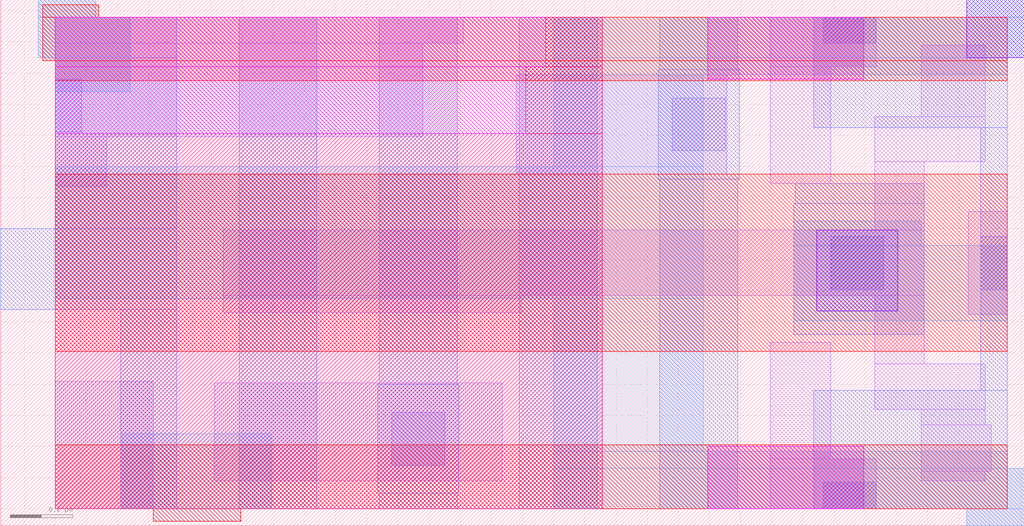
<source format=lef>
# Copyright 2020 The SkyWater PDK Authors
#
# Licensed under the Apache License, Version 2.0 (the "License");
# you may not use this file except in compliance with the License.
# You may obtain a copy of the License at
#
#     https://www.apache.org/licenses/LICENSE-2.0
#
# Unless required by applicable law or agreed to in writing, software
# distributed under the License is distributed on an "AS IS" BASIS,
# WITHOUT WARRANTIES OR CONDITIONS OF ANY KIND, either express or implied.
# See the License for the specific language governing permissions and
# limitations under the License.
#
# SPDX-License-Identifier: Apache-2.0

VERSION 5.7 ;
  NOWIREEXTENSIONATPIN ON ;
  DIVIDERCHAR "/" ;
  BUSBITCHARS "[]" ;
MACRO sky130_fd_bd_sram__sram_dp_swldrv_opt1a
  CLASS BLOCK ;
  FOREIGN sky130_fd_bd_sram__sram_dp_swldrv_opt1a ;
  ORIGIN  0.175000  0.055000 ;
  SIZE  3.285000 BY  1.690000 ;
  OBS
    LAYER li1 ;
      RECT 0.000000 0.000000 0.315000 0.410000 ;
      RECT 0.000000 1.035000 0.165000 1.195000 ;
      RECT 0.000000 1.195000 1.180000 1.495000 ;
      RECT 0.000000 1.495000 1.310000 1.580000 ;
      RECT 0.510000 0.090000 1.435000 0.405000 ;
      RECT 0.540000 0.630000 1.495000 0.685000 ;
      RECT 0.540000 0.685000 2.790000 0.895000 ;
      RECT 1.480000 1.075000 2.155000 1.395000 ;
      RECT 2.295000 0.000000 2.635000 0.160000 ;
      RECT 2.295000 0.160000 2.490000 0.535000 ;
      RECT 2.295000 1.045000 2.490000 1.420000 ;
      RECT 2.295000 1.420000 2.635000 1.580000 ;
      RECT 2.630000 0.320000 2.985000 0.465000 ;
      RECT 2.630000 0.465000 2.790000 0.685000 ;
      RECT 2.630000 0.895000 2.790000 1.115000 ;
      RECT 2.630000 1.115000 2.985000 1.260000 ;
      RECT 2.780000 0.090000 2.985000 0.120000 ;
      RECT 2.780000 0.120000 3.005000 0.270000 ;
      RECT 2.780000 0.270000 2.985000 0.320000 ;
      RECT 2.780000 1.260000 2.985000 1.490000 ;
      RECT 2.930000 0.625000 3.055000 0.955000 ;
    LAYER mcon ;
      RECT 0.000000 1.210000 0.085000 1.380000 ;
      RECT 1.080000 0.140000 1.250000 0.310000 ;
      RECT 1.980000 1.150000 2.150000 1.320000 ;
      RECT 2.465000 0.000000 2.635000 0.085000 ;
      RECT 2.465000 1.495000 2.635000 1.580000 ;
      RECT 2.490000 0.705000 2.660000 0.875000 ;
      RECT 2.970000 0.705000 3.055000 0.875000 ;
    LAYER met1 ;
      RECT -0.175000  0.640000 0.390000 0.900000 ;
      RECT -0.055000  1.450000 0.390000 1.580000 ;
      RECT -0.055000  1.580000 0.130000 1.635000 ;
      RECT  0.000000  0.900000 0.390000 1.450000 ;
      RECT  0.210000  0.000000 0.390000 0.640000 ;
      RECT  0.590000  0.000000 0.840000 1.580000 ;
      RECT  1.035000  0.050000 1.295000 0.400000 ;
      RECT  1.040000  0.000000 1.290000 0.050000 ;
      RECT  1.040000  0.400000 1.290000 1.580000 ;
      RECT  1.490000  0.000000 1.740000 1.580000 ;
      RECT  1.935000  1.060000 2.195000 1.410000 ;
      RECT  1.940000  0.000000 2.190000 1.060000 ;
      RECT  1.940000  1.410000 2.190000 1.580000 ;
      RECT  2.370000  0.560000 2.790000 0.980000 ;
      RECT  2.375000  0.980000 2.790000 1.045000 ;
      RECT  2.435000  0.000000 3.110000 0.130000 ;
      RECT  2.435000  0.130000 3.055000 0.380000 ;
      RECT  2.435000  1.225000 3.055000 1.450000 ;
      RECT  2.435000  1.450000 3.110000 1.580000 ;
      RECT  2.925000 -0.055000 3.110000 0.000000 ;
      RECT  2.925000  1.580000 3.110000 1.635000 ;
      RECT  2.970000  0.380000 3.055000 1.225000 ;
    LAYER met2 ;
      RECT -0.055000  1.450000 0.240000 1.580000 ;
      RECT -0.055000  1.580000 0.140000 1.620000 ;
      RECT -0.055000  1.620000 0.130000 1.635000 ;
      RECT -0.040000  1.440000 0.240000 1.450000 ;
      RECT  0.000000  0.675000 2.080000 1.100000 ;
      RECT  0.000000  1.340000 0.240000 1.440000 ;
      RECT  0.215000  0.000000 0.695000 0.240000 ;
      RECT  0.315000 -0.040000 0.595000 0.000000 ;
      RECT  1.600000  0.000000 3.110000 0.130000 ;
      RECT  1.600000  0.130000 3.055000 0.185000 ;
      RECT  1.600000  0.185000 2.080000 0.675000 ;
      RECT  1.600000  1.100000 2.080000 1.395000 ;
      RECT  1.600000  1.395000 3.055000 1.450000 ;
      RECT  1.600000  1.450000 3.110000 1.580000 ;
      RECT  2.370000  0.605000 3.055000 0.845000 ;
      RECT  2.370000  0.845000 2.780000 0.925000 ;
      RECT  2.925000 -0.055000 3.110000 0.000000 ;
      RECT  2.925000  1.580000 3.110000 1.635000 ;
    LAYER met3 ;
      RECT -0.040000  1.440000 3.055000 1.580000 ;
      RECT -0.040000  1.580000 0.140000 1.620000 ;
      RECT  0.000000  0.000000 3.055000 0.205000 ;
      RECT  0.000000  0.505000 3.055000 1.075000 ;
      RECT  0.000000  1.375000 3.055000 1.440000 ;
      RECT  0.315000 -0.040000 0.595000 0.000000 ;
    LAYER nwell ;
      RECT 0.000000 0.000000 1.755000 1.205000 ;
    LAYER nwell ;
      RECT 1.510000 1.205000 1.755000 1.420000 ;
    LAYER nwell ;
      RECT 1.575000 1.420000 1.755000 1.580000 ;
    LAYER pwell ;
      RECT 0.000000 1.205000 1.510000 1.420000 ;
    LAYER pwell ;
      RECT 0.000000 1.420000 1.575000 1.580000 ;
    LAYER pwell ;
      RECT 2.095000 0.000000 2.595000 0.200000 ;
    LAYER pwell ;
      RECT 2.095000 1.380000 2.595000 1.580000 ;
    LAYER via ;
      RECT 2.445000 0.635000 2.705000 0.895000 ;
      RECT 2.925000 1.450000 3.110000 1.635000 ;
  END
END sky130_fd_bd_sram__sram_dp_swldrv_opt1a
END LIBRARY

</source>
